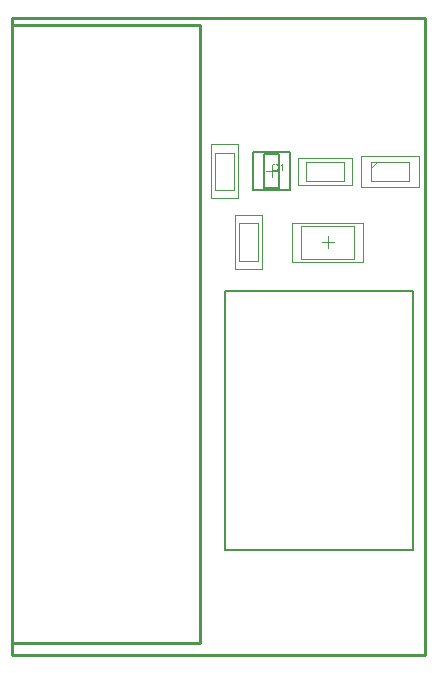
<source format=gko>
G04*
G04 #@! TF.GenerationSoftware,Altium Limited,Altium Designer,18.1.9 (240)*
G04*
G04 Layer_Color=16711935*
%FSLAX44Y44*%
%MOMM*%
G71*
G01*
G75*
%ADD10C,0.2000*%
%ADD11C,0.1000*%
%ADD12C,0.2540*%
%ADD13C,0.1500*%
%ADD14C,0.0500*%
G36*
X569874Y500000D02*
X569087D01*
Y504991D01*
X569082Y504986D01*
X569076Y504980D01*
X569060Y504964D01*
X569038Y504948D01*
X569005Y504920D01*
X568972Y504893D01*
X568934Y504860D01*
X568890Y504822D01*
X568781Y504740D01*
X568656Y504653D01*
X568508Y504554D01*
X568344Y504451D01*
X568339Y504445D01*
X568323Y504440D01*
X568301Y504423D01*
X568268Y504407D01*
X568230Y504385D01*
X568181Y504358D01*
X568126Y504331D01*
X568071Y504298D01*
X567940Y504232D01*
X567804Y504167D01*
X567662Y504101D01*
X567525Y504047D01*
Y504806D01*
X567531Y504811D01*
X567553Y504822D01*
X567591Y504838D01*
X567635Y504860D01*
X567695Y504893D01*
X567760Y504926D01*
X567831Y504969D01*
X567913Y505019D01*
X568000Y505068D01*
X568093Y505128D01*
X568284Y505253D01*
X568475Y505396D01*
X568667Y505554D01*
X568672Y505559D01*
X568688Y505576D01*
X568716Y505597D01*
X568749Y505630D01*
X568787Y505668D01*
X568836Y505718D01*
X568885Y505767D01*
X568940Y505827D01*
X569054Y505958D01*
X569169Y506100D01*
X569278Y506253D01*
X569322Y506335D01*
X569366Y506411D01*
X569874D01*
Y500000D01*
D02*
G37*
G36*
X563200Y506488D02*
X563282Y506482D01*
X563369Y506471D01*
X563473Y506460D01*
X563582Y506438D01*
X563703Y506417D01*
X563834Y506389D01*
X563965Y506357D01*
X564101Y506318D01*
X564238Y506269D01*
X564374Y506209D01*
X564511Y506149D01*
X564647Y506073D01*
X564658Y506067D01*
X564680Y506051D01*
X564713Y506029D01*
X564762Y505996D01*
X564822Y505952D01*
X564893Y505898D01*
X564969Y505838D01*
X565051Y505767D01*
X565133Y505690D01*
X565226Y505597D01*
X565314Y505505D01*
X565401Y505396D01*
X565494Y505286D01*
X565576Y505161D01*
X565658Y505030D01*
X565729Y504893D01*
X565734Y504882D01*
X565745Y504860D01*
X565761Y504817D01*
X565789Y504762D01*
X565816Y504691D01*
X565849Y504604D01*
X565882Y504505D01*
X565920Y504396D01*
X565952Y504276D01*
X565985Y504145D01*
X566018Y504003D01*
X566045Y503856D01*
X566073Y503697D01*
X566089Y503533D01*
X566100Y503364D01*
X566105Y503189D01*
Y503178D01*
Y503157D01*
Y503113D01*
X566100Y503058D01*
Y502987D01*
X566095Y502905D01*
X566084Y502818D01*
X566078Y502720D01*
X566062Y502610D01*
X566045Y502501D01*
X566002Y502261D01*
X565947Y502015D01*
X565909Y501895D01*
X565865Y501775D01*
Y501769D01*
X565854Y501748D01*
X565838Y501715D01*
X565821Y501671D01*
X565794Y501617D01*
X565761Y501551D01*
X565729Y501480D01*
X565685Y501404D01*
X565636Y501322D01*
X565581Y501229D01*
X565527Y501141D01*
X565461Y501049D01*
X565390Y500956D01*
X565314Y500857D01*
X565232Y500765D01*
X565144Y500677D01*
X565150Y500672D01*
X565172Y500661D01*
X565204Y500639D01*
X565243Y500612D01*
X565297Y500579D01*
X565357Y500541D01*
X565423Y500497D01*
X565499Y500453D01*
X565581Y500404D01*
X565663Y500355D01*
X565849Y500257D01*
X566034Y500164D01*
X566226Y500087D01*
X565974Y499509D01*
X565969Y499514D01*
X565942Y499519D01*
X565909Y499536D01*
X565860Y499558D01*
X565794Y499580D01*
X565723Y499612D01*
X565641Y499650D01*
X565548Y499700D01*
X565450Y499749D01*
X565341Y499803D01*
X565226Y499869D01*
X565112Y499940D01*
X564991Y500016D01*
X564866Y500098D01*
X564735Y500186D01*
X564609Y500284D01*
X564604Y500279D01*
X564576Y500268D01*
X564538Y500246D01*
X564483Y500224D01*
X564418Y500191D01*
X564342Y500158D01*
X564249Y500126D01*
X564145Y500087D01*
X564036Y500049D01*
X563915Y500016D01*
X563784Y499984D01*
X563648Y499951D01*
X563501Y499929D01*
X563353Y499907D01*
X563195Y499896D01*
X563036Y499891D01*
X562998D01*
X562954Y499896D01*
X562889D01*
X562812Y499902D01*
X562725Y499913D01*
X562627Y499924D01*
X562518Y499945D01*
X562397Y499967D01*
X562272Y499995D01*
X562141Y500027D01*
X562010Y500065D01*
X561873Y500115D01*
X561737Y500169D01*
X561600Y500235D01*
X561464Y500306D01*
X561458Y500311D01*
X561431Y500328D01*
X561398Y500350D01*
X561349Y500382D01*
X561289Y500426D01*
X561223Y500481D01*
X561147Y500541D01*
X561065Y500612D01*
X560978Y500688D01*
X560890Y500775D01*
X560797Y500874D01*
X560710Y500978D01*
X560617Y501092D01*
X560535Y501212D01*
X560453Y501343D01*
X560377Y501480D01*
X560371Y501491D01*
X560360Y501513D01*
X560344Y501556D01*
X560317Y501611D01*
X560289Y501688D01*
X560257Y501769D01*
X560224Y501868D01*
X560191Y501977D01*
X560153Y502097D01*
X560120Y502234D01*
X560087Y502370D01*
X560060Y502523D01*
X560033Y502681D01*
X560016Y502845D01*
X560005Y503014D01*
X560000Y503189D01*
Y503195D01*
Y503200D01*
Y503233D01*
Y503282D01*
X560005Y503348D01*
X560011Y503429D01*
X560022Y503528D01*
X560033Y503637D01*
X560049Y503757D01*
X560065Y503888D01*
X560093Y504025D01*
X560126Y504167D01*
X560164Y504309D01*
X560207Y504462D01*
X560257Y504609D01*
X560317Y504757D01*
X560382Y504904D01*
X560388Y504915D01*
X560399Y504937D01*
X560420Y504980D01*
X560453Y505030D01*
X560491Y505095D01*
X560541Y505172D01*
X560595Y505253D01*
X560661Y505341D01*
X560737Y505434D01*
X560814Y505532D01*
X560906Y505630D01*
X561005Y505729D01*
X561109Y505827D01*
X561218Y505920D01*
X561343Y506002D01*
X561469Y506084D01*
X561480Y506089D01*
X561502Y506100D01*
X561540Y506122D01*
X561595Y506149D01*
X561660Y506176D01*
X561742Y506215D01*
X561829Y506253D01*
X561933Y506291D01*
X562048Y506329D01*
X562168Y506362D01*
X562299Y506400D01*
X562436Y506428D01*
X562583Y506455D01*
X562736Y506477D01*
X562889Y506488D01*
X563053Y506493D01*
X563140D01*
X563200Y506488D01*
D02*
G37*
%LPC*%
G36*
X563058Y505767D02*
X563014D01*
X562965Y505761D01*
X562900Y505756D01*
X562818Y505745D01*
X562725Y505734D01*
X562621Y505712D01*
X562507Y505685D01*
X562387Y505652D01*
X562261Y505608D01*
X562130Y505554D01*
X561999Y505494D01*
X561868Y505417D01*
X561737Y505330D01*
X561611Y505232D01*
X561491Y505117D01*
X561485Y505112D01*
X561464Y505090D01*
X561436Y505051D01*
X561393Y504997D01*
X561349Y504926D01*
X561294Y504844D01*
X561240Y504746D01*
X561180Y504636D01*
X561119Y504505D01*
X561065Y504363D01*
X561010Y504205D01*
X560967Y504030D01*
X560928Y503845D01*
X560896Y503643D01*
X560874Y503424D01*
X560868Y503189D01*
Y503184D01*
Y503173D01*
Y503157D01*
Y503135D01*
Y503107D01*
X560874Y503069D01*
X560879Y502982D01*
X560885Y502878D01*
X560901Y502758D01*
X560917Y502627D01*
X560945Y502479D01*
X560978Y502326D01*
X561016Y502174D01*
X561065Y502015D01*
X561125Y501851D01*
X561196Y501698D01*
X561278Y501545D01*
X561371Y501404D01*
X561480Y501272D01*
X561485Y501267D01*
X561507Y501245D01*
X561545Y501212D01*
X561589Y501169D01*
X561655Y501119D01*
X561726Y501065D01*
X561813Y501005D01*
X561911Y500945D01*
X562015Y500879D01*
X562135Y500819D01*
X562266Y500765D01*
X562408Y500715D01*
X562556Y500672D01*
X562714Y500639D01*
X562883Y500617D01*
X563058Y500612D01*
X563102D01*
X563135Y500617D01*
X563178D01*
X563222Y500623D01*
X563277Y500628D01*
X563337Y500634D01*
X563468Y500655D01*
X563610Y500683D01*
X563763Y500726D01*
X563915Y500781D01*
X563910Y500786D01*
X563899Y500792D01*
X563877Y500808D01*
X563844Y500825D01*
X563812Y500846D01*
X563768Y500868D01*
X563719Y500896D01*
X563659Y500923D01*
X563533Y500983D01*
X563391Y501043D01*
X563238Y501098D01*
X563074Y501147D01*
X563282Y501758D01*
X563293D01*
X563315Y501748D01*
X563353Y501737D01*
X563402Y501720D01*
X563468Y501698D01*
X563539Y501671D01*
X563621Y501644D01*
X563708Y501606D01*
X563801Y501567D01*
X563899Y501518D01*
X564101Y501414D01*
X564303Y501289D01*
X564396Y501223D01*
X564489Y501147D01*
X564500Y501152D01*
X564522Y501180D01*
X564560Y501218D01*
X564604Y501272D01*
X564664Y501349D01*
X564724Y501436D01*
X564795Y501540D01*
X564866Y501660D01*
X564931Y501797D01*
X565002Y501944D01*
X565062Y502113D01*
X565122Y502299D01*
X565166Y502496D01*
X565204Y502709D01*
X565226Y502943D01*
X565237Y503189D01*
Y503200D01*
Y503222D01*
Y503266D01*
X565232Y503320D01*
Y503386D01*
X565221Y503468D01*
X565215Y503555D01*
X565204Y503648D01*
X565188Y503752D01*
X565172Y503861D01*
X565122Y504090D01*
X565095Y504205D01*
X565057Y504320D01*
X565019Y504434D01*
X564969Y504544D01*
X564964Y504549D01*
X564959Y504571D01*
X564942Y504598D01*
X564920Y504642D01*
X564893Y504686D01*
X564860Y504746D01*
X564822Y504806D01*
X564773Y504871D01*
X564724Y504942D01*
X564669Y505019D01*
X564604Y505095D01*
X564533Y505166D01*
X564462Y505243D01*
X564380Y505314D01*
X564292Y505379D01*
X564199Y505445D01*
X564194Y505450D01*
X564178Y505461D01*
X564150Y505472D01*
X564112Y505494D01*
X564063Y505521D01*
X564003Y505548D01*
X563937Y505576D01*
X563866Y505608D01*
X563784Y505636D01*
X563697Y505663D01*
X563604Y505690D01*
X563506Y505718D01*
X563397Y505740D01*
X563288Y505750D01*
X563173Y505761D01*
X563058Y505767D01*
D02*
G37*
%LPD*%
D10*
X544500Y516000D02*
X575500D01*
Y484000D02*
Y516000D01*
X544500Y484000D02*
X575500D01*
X544500D02*
Y516000D01*
X520000Y179000D02*
Y399000D01*
Y179000D02*
X680000D01*
Y399000D01*
X520000D02*
X680000D01*
X544500Y516000D02*
X575500D01*
Y484000D02*
Y516000D01*
X544500Y484000D02*
X575500D01*
X544500D02*
Y516000D01*
D11*
X585000Y453950D02*
X630000D01*
X585000Y426050D02*
X630000D01*
X585000D02*
Y453950D01*
X630000Y426050D02*
Y453950D01*
X555350Y500000D02*
X564650D01*
X560000Y495350D02*
Y504650D01*
X512000Y515750D02*
X528000D01*
X512000Y484250D02*
Y515750D01*
Y484250D02*
X528000D01*
Y515750D01*
X644000Y502670D02*
X649330Y508000D01*
X644000Y492000D02*
Y508000D01*
Y492000D02*
X676000D01*
Y508000D01*
X644000D02*
X676000D01*
X620750Y492000D02*
Y508000D01*
X589250D02*
X620750D01*
X589250Y492000D02*
Y508000D01*
Y492000D02*
X620750D01*
X607500Y435000D02*
Y445000D01*
X602500Y440000D02*
X612500D01*
X532000Y424250D02*
X548000D01*
Y455750D01*
X532000D02*
X548000D01*
X532000Y424250D02*
Y455750D01*
D12*
X340000Y90000D02*
Y630000D01*
Y90000D02*
X690000D01*
X690000Y630000D02*
X690000Y90000D01*
X340000Y630000D02*
X690000D01*
X499000Y100900D02*
Y623500D01*
X340000Y100900D02*
Y623500D01*
Y100900D02*
X499000D01*
X340000Y623500D02*
X499000D01*
D13*
X553500Y514500D02*
X566500D01*
Y485500D02*
Y514500D01*
X553500Y485500D02*
X566500D01*
X553500D02*
Y514500D01*
D14*
X577500Y456500D02*
X637500D01*
X577500Y423500D02*
X637500D01*
X577500D02*
Y456500D01*
X637500Y423500D02*
Y456500D01*
X508500Y522750D02*
X531500D01*
X508500Y477250D02*
Y522750D01*
Y477250D02*
X531500D01*
Y522750D01*
X635500Y486750D02*
Y513250D01*
Y486750D02*
X684500D01*
Y513250D01*
X635500D02*
X684500D01*
X627750Y488500D02*
Y511500D01*
X582250D02*
X627750D01*
X582250Y488500D02*
Y511500D01*
Y488500D02*
X627750D01*
X528500Y417250D02*
X551500D01*
Y462750D01*
X528500D02*
X551500D01*
X528500Y417250D02*
Y462750D01*
M02*

</source>
